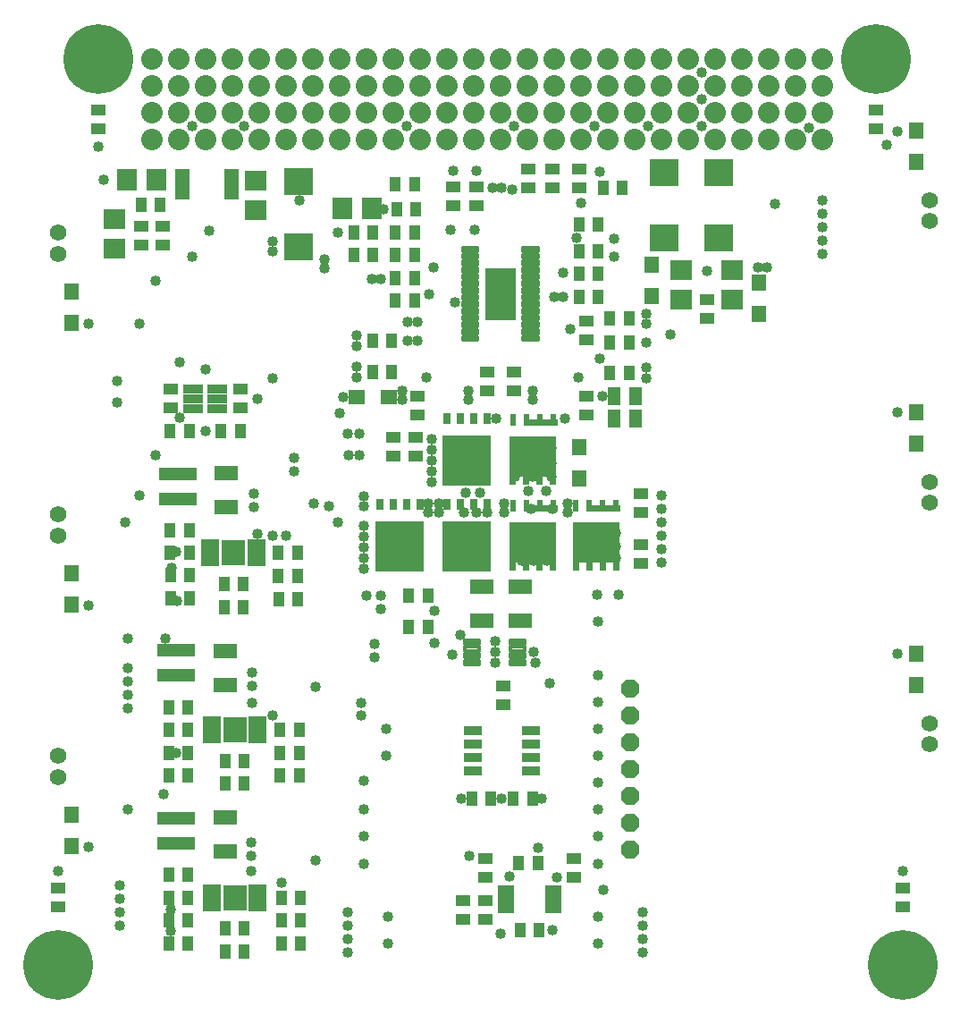
<source format=gbr>
G04 EAGLE Gerber RS-274X export*
G75*
%MOMM*%
%FSLAX34Y34*%
%LPD*%
%INSoldermask Top*%
%IPPOS*%
%AMOC8*
5,1,8,0,0,1.08239X$1,22.5*%
G01*
%ADD10R,1.054000X1.454000*%
%ADD11R,2.704000X2.604000*%
%ADD12R,1.454000X1.054000*%
%ADD13R,2.254000X1.454000*%
%ADD14R,1.374000X1.494000*%
%ADD15R,1.494000X1.374000*%
%ADD16R,2.054000X1.854000*%
%ADD17C,6.604000*%
%ADD18C,2.032000*%
%ADD19C,1.562000*%
%ADD20R,0.754000X1.104000*%
%ADD21R,4.664000X4.804000*%
%ADD22R,1.204000X1.704000*%
%ADD23C,0.358559*%
%ADD24R,2.994000X5.004000*%
%ADD25R,1.854000X2.054000*%
%ADD26R,1.454000X2.924000*%
%ADD27R,3.654000X1.234000*%
%ADD28R,1.778000X0.863600*%
%ADD29C,0.374338*%
%ADD30R,1.574800X0.660400*%
%ADD31R,1.651000X0.533400*%
%ADD32R,2.184400X2.413000*%
%ADD33P,1.907171X8X112.500000*%
%ADD34R,1.828800X0.812800*%
%ADD35C,1.016000*%

G36*
X485055Y505229D02*
X485055Y505229D01*
X485054Y505230D01*
X485055Y505230D01*
X485055Y513225D01*
X491745Y513225D01*
X491745Y505230D01*
X491749Y505225D01*
X491750Y505226D01*
X491750Y505225D01*
X497750Y505225D01*
X497755Y505229D01*
X497754Y505230D01*
X497755Y505230D01*
X497755Y513225D01*
X504445Y513225D01*
X504445Y505230D01*
X504449Y505225D01*
X504450Y505226D01*
X504450Y505225D01*
X510450Y505225D01*
X510455Y505229D01*
X510454Y505230D01*
X510455Y505230D01*
X510455Y513225D01*
X517145Y513225D01*
X517145Y505230D01*
X517149Y505225D01*
X517150Y505226D01*
X517150Y505225D01*
X523150Y505225D01*
X523155Y505229D01*
X523154Y505230D01*
X523155Y505230D01*
X523155Y550730D01*
X523151Y550735D01*
X523150Y550734D01*
X523150Y550735D01*
X479050Y550735D01*
X479045Y550731D01*
X479046Y550730D01*
X479045Y550730D01*
X479045Y505230D01*
X479049Y505225D01*
X479050Y505226D01*
X479050Y505225D01*
X485050Y505225D01*
X485055Y505229D01*
G37*
G36*
X544745Y423949D02*
X544745Y423949D01*
X544744Y423950D01*
X544745Y423950D01*
X544745Y431945D01*
X551435Y431945D01*
X551435Y423950D01*
X551439Y423945D01*
X551440Y423946D01*
X551440Y423945D01*
X557440Y423945D01*
X557445Y423949D01*
X557444Y423950D01*
X557445Y423950D01*
X557445Y431945D01*
X564135Y431945D01*
X564135Y423950D01*
X564139Y423945D01*
X564140Y423946D01*
X564140Y423945D01*
X570140Y423945D01*
X570145Y423949D01*
X570144Y423950D01*
X570145Y423950D01*
X570145Y431945D01*
X576835Y431945D01*
X576835Y423950D01*
X576839Y423945D01*
X576840Y423946D01*
X576840Y423945D01*
X582840Y423945D01*
X582845Y423949D01*
X582844Y423950D01*
X582845Y423950D01*
X582845Y469450D01*
X582841Y469455D01*
X582840Y469454D01*
X582840Y469455D01*
X538740Y469455D01*
X538735Y469451D01*
X538736Y469450D01*
X538735Y469450D01*
X538735Y423950D01*
X538739Y423945D01*
X538740Y423946D01*
X538740Y423945D01*
X544740Y423945D01*
X544745Y423949D01*
G37*
G36*
X485055Y423949D02*
X485055Y423949D01*
X485054Y423950D01*
X485055Y423950D01*
X485055Y431945D01*
X491745Y431945D01*
X491745Y423950D01*
X491749Y423945D01*
X491750Y423946D01*
X491750Y423945D01*
X497750Y423945D01*
X497755Y423949D01*
X497754Y423950D01*
X497755Y423950D01*
X497755Y431945D01*
X504445Y431945D01*
X504445Y423950D01*
X504449Y423945D01*
X504450Y423946D01*
X504450Y423945D01*
X510450Y423945D01*
X510455Y423949D01*
X510454Y423950D01*
X510455Y423950D01*
X510455Y431945D01*
X517145Y431945D01*
X517145Y423950D01*
X517149Y423945D01*
X517150Y423946D01*
X517150Y423945D01*
X523150Y423945D01*
X523155Y423949D01*
X523154Y423950D01*
X523155Y423950D01*
X523155Y469450D01*
X523151Y469455D01*
X523150Y469454D01*
X523150Y469455D01*
X479050Y469455D01*
X479045Y469451D01*
X479046Y469450D01*
X479045Y469450D01*
X479045Y423950D01*
X479049Y423945D01*
X479050Y423946D01*
X479050Y423945D01*
X485050Y423945D01*
X485055Y423949D01*
G37*
G36*
X524255Y560729D02*
X524255Y560729D01*
X524254Y560730D01*
X524255Y560730D01*
X524255Y566730D01*
X524251Y566735D01*
X524250Y566734D01*
X524250Y566735D01*
X522655Y566735D01*
X522655Y571730D01*
X522651Y571735D01*
X522650Y571734D01*
X522650Y571735D01*
X517650Y571735D01*
X517645Y571731D01*
X517646Y571730D01*
X517645Y571730D01*
X517645Y566735D01*
X509955Y566735D01*
X509955Y571730D01*
X509951Y571735D01*
X509950Y571734D01*
X509950Y571735D01*
X504950Y571735D01*
X504945Y571731D01*
X504946Y571730D01*
X504945Y571730D01*
X504945Y566735D01*
X497255Y566735D01*
X497255Y571730D01*
X497251Y571735D01*
X497250Y571734D01*
X497250Y571735D01*
X492250Y571735D01*
X492245Y571731D01*
X492246Y571730D01*
X492245Y571730D01*
X492245Y560730D01*
X492249Y560725D01*
X492250Y560726D01*
X492250Y560725D01*
X524250Y560725D01*
X524255Y560729D01*
G37*
G36*
X524255Y479449D02*
X524255Y479449D01*
X524254Y479450D01*
X524255Y479450D01*
X524255Y485450D01*
X524251Y485455D01*
X524250Y485454D01*
X524250Y485455D01*
X522655Y485455D01*
X522655Y490450D01*
X522651Y490455D01*
X522650Y490454D01*
X522650Y490455D01*
X517650Y490455D01*
X517645Y490451D01*
X517646Y490450D01*
X517645Y490450D01*
X517645Y485455D01*
X509955Y485455D01*
X509955Y490450D01*
X509951Y490455D01*
X509950Y490454D01*
X509950Y490455D01*
X504950Y490455D01*
X504945Y490451D01*
X504946Y490450D01*
X504945Y490450D01*
X504945Y485455D01*
X497255Y485455D01*
X497255Y490450D01*
X497251Y490455D01*
X497250Y490454D01*
X497250Y490455D01*
X492250Y490455D01*
X492245Y490451D01*
X492246Y490450D01*
X492245Y490450D01*
X492245Y479450D01*
X492249Y479445D01*
X492250Y479446D01*
X492250Y479445D01*
X524250Y479445D01*
X524255Y479449D01*
G37*
G36*
X583945Y479449D02*
X583945Y479449D01*
X583944Y479450D01*
X583945Y479450D01*
X583945Y485450D01*
X583941Y485455D01*
X583940Y485454D01*
X583940Y485455D01*
X582345Y485455D01*
X582345Y490450D01*
X582341Y490455D01*
X582340Y490454D01*
X582340Y490455D01*
X577340Y490455D01*
X577335Y490451D01*
X577336Y490450D01*
X577335Y490450D01*
X577335Y485455D01*
X569645Y485455D01*
X569645Y490450D01*
X569641Y490455D01*
X569640Y490454D01*
X569640Y490455D01*
X564640Y490455D01*
X564635Y490451D01*
X564636Y490450D01*
X564635Y490450D01*
X564635Y485455D01*
X556945Y485455D01*
X556945Y490450D01*
X556941Y490455D01*
X556940Y490454D01*
X556940Y490455D01*
X551940Y490455D01*
X551935Y490451D01*
X551936Y490450D01*
X551935Y490450D01*
X551935Y479450D01*
X551939Y479445D01*
X551940Y479446D01*
X551940Y479445D01*
X583940Y479445D01*
X583945Y479449D01*
G37*
G36*
X484555Y560729D02*
X484555Y560729D01*
X484554Y560730D01*
X484555Y560730D01*
X484555Y571730D01*
X484551Y571735D01*
X484550Y571734D01*
X484550Y571735D01*
X479550Y571735D01*
X479545Y571731D01*
X479546Y571730D01*
X479545Y571730D01*
X479545Y560730D01*
X479549Y560725D01*
X479550Y560726D01*
X479550Y560725D01*
X484550Y560725D01*
X484555Y560729D01*
G37*
G36*
X484555Y479449D02*
X484555Y479449D01*
X484554Y479450D01*
X484555Y479450D01*
X484555Y490450D01*
X484551Y490455D01*
X484550Y490454D01*
X484550Y490455D01*
X479550Y490455D01*
X479545Y490451D01*
X479546Y490450D01*
X479545Y490450D01*
X479545Y479450D01*
X479549Y479445D01*
X479550Y479446D01*
X479550Y479445D01*
X484550Y479445D01*
X484555Y479449D01*
G37*
G36*
X544245Y479449D02*
X544245Y479449D01*
X544244Y479450D01*
X544245Y479450D01*
X544245Y490450D01*
X544241Y490455D01*
X544240Y490454D01*
X544240Y490455D01*
X539240Y490455D01*
X539235Y490451D01*
X539236Y490450D01*
X539235Y490450D01*
X539235Y479450D01*
X539239Y479445D01*
X539240Y479446D01*
X539240Y479445D01*
X544240Y479445D01*
X544245Y479449D01*
G37*
D10*
X544720Y683260D03*
X562720Y683260D03*
X562720Y704850D03*
X544720Y704850D03*
D11*
X624840Y738620D03*
X624840Y800620D03*
X676910Y738620D03*
X676910Y800620D03*
D10*
X388730Y701040D03*
X370730Y701040D03*
D12*
X551180Y642510D03*
X551180Y660510D03*
X368300Y550020D03*
X368300Y532020D03*
D10*
X585580Y786130D03*
X567580Y786130D03*
D12*
X603250Y478680D03*
X603250Y496680D03*
X665480Y680830D03*
X665480Y662830D03*
D13*
X488950Y408430D03*
X488950Y376430D03*
X452120Y376430D03*
X452120Y408430D03*
D10*
X349140Y641350D03*
X367140Y641350D03*
X388730Y789940D03*
X370730Y789940D03*
X349360Y722630D03*
X331360Y722630D03*
D12*
X551180Y571390D03*
X551180Y589390D03*
X391160Y589390D03*
X391160Y571390D03*
D14*
X63500Y391500D03*
X63500Y421300D03*
X715010Y696890D03*
X715010Y667090D03*
X63500Y162900D03*
X63500Y192700D03*
X863600Y345100D03*
X863600Y315300D03*
X63500Y658200D03*
X63500Y688000D03*
X863600Y573700D03*
X863600Y543900D03*
X863600Y840400D03*
X863600Y810600D03*
X544830Y510880D03*
X544830Y540680D03*
D15*
X334350Y588010D03*
X364150Y588010D03*
D14*
X613410Y713400D03*
X613410Y683600D03*
D16*
X641350Y708690D03*
X641350Y680690D03*
X689610Y708690D03*
X689610Y680690D03*
D17*
X50800Y50800D03*
X850900Y50800D03*
X825500Y908050D03*
X88900Y908050D03*
D18*
X774700Y908050D03*
X774700Y882650D03*
X139700Y908050D03*
X139700Y882650D03*
X749300Y908050D03*
X749300Y882650D03*
X723900Y908050D03*
X723900Y882650D03*
X698500Y908050D03*
X698500Y882650D03*
X673100Y908050D03*
X673100Y882650D03*
X647700Y908050D03*
X647700Y882650D03*
X622300Y908050D03*
X622300Y882650D03*
X596900Y908050D03*
X596900Y882650D03*
X571500Y908050D03*
X571500Y882650D03*
X546100Y908050D03*
X546100Y882650D03*
X520700Y908050D03*
X520700Y882650D03*
X495300Y908050D03*
X495300Y882650D03*
X469900Y908050D03*
X469900Y882650D03*
X444500Y908050D03*
X444500Y882650D03*
X419100Y908050D03*
X419100Y882650D03*
X393700Y908050D03*
X393700Y882650D03*
X368300Y908050D03*
X368300Y882650D03*
X342900Y908050D03*
X342900Y882650D03*
X317500Y908050D03*
X317500Y882650D03*
X292100Y908050D03*
X292100Y882650D03*
X266700Y908050D03*
X266700Y882650D03*
X241300Y908050D03*
X241300Y882650D03*
X215900Y908050D03*
X215900Y882650D03*
X190500Y908050D03*
X190500Y882650D03*
X165100Y908050D03*
X165100Y882650D03*
X774700Y857250D03*
X774700Y832231D03*
X139700Y857250D03*
X139700Y831850D03*
X749300Y857250D03*
X749300Y832231D03*
X723900Y857250D03*
X723900Y832231D03*
X698500Y857250D03*
X698500Y832231D03*
X673100Y857250D03*
X673100Y832231D03*
X647700Y857250D03*
X647700Y832231D03*
X622300Y857250D03*
X622300Y832231D03*
X596900Y857250D03*
X596900Y832231D03*
X571500Y857250D03*
X571500Y832231D03*
X546100Y857250D03*
X546100Y832231D03*
X520700Y857250D03*
X520700Y832231D03*
X495300Y857250D03*
X495300Y832231D03*
X469900Y857250D03*
X469900Y832231D03*
X444500Y857250D03*
X444500Y832231D03*
X419100Y857250D03*
X419100Y832231D03*
X393700Y857250D03*
X393700Y832231D03*
X368300Y857250D03*
X368300Y832231D03*
X342900Y857250D03*
X342900Y832231D03*
X317500Y857250D03*
X317500Y832231D03*
X292100Y857250D03*
X292100Y832231D03*
X266700Y857250D03*
X266700Y832231D03*
X241300Y857250D03*
X241300Y832231D03*
X215900Y857250D03*
X215900Y832231D03*
X190500Y857250D03*
X190500Y832231D03*
X165100Y857250D03*
X165100Y832231D03*
D19*
X50800Y723900D03*
X50800Y743966D03*
X50800Y457200D03*
X50800Y477266D03*
X50800Y228600D03*
X50800Y248666D03*
X876300Y279400D03*
X876300Y259334D03*
X876300Y508000D03*
X876300Y487934D03*
X876300Y774700D03*
X876300Y754634D03*
D20*
X457200Y567480D03*
X444500Y567480D03*
X431800Y567480D03*
X419100Y567480D03*
D21*
X438150Y527980D03*
D20*
X457200Y486200D03*
X444500Y486200D03*
X431800Y486200D03*
X419100Y486200D03*
D21*
X438150Y446700D03*
D20*
X393700Y486200D03*
X381000Y486200D03*
X368300Y486200D03*
X355600Y486200D03*
D21*
X374650Y446700D03*
D22*
X578010Y589280D03*
X598010Y589280D03*
D10*
X562720Y751840D03*
X544720Y751840D03*
D12*
X447040Y769510D03*
X447040Y787510D03*
D10*
X367140Y612140D03*
X349140Y612140D03*
D12*
X457200Y612250D03*
X457200Y594250D03*
X482600Y612250D03*
X482600Y594250D03*
D10*
X573930Y610870D03*
X591930Y610870D03*
X349360Y744220D03*
X331360Y744220D03*
D12*
X519430Y786020D03*
X519430Y804020D03*
D22*
X578010Y567690D03*
X598010Y567690D03*
D12*
X544830Y804020D03*
X544830Y786020D03*
X496570Y804020D03*
X496570Y786020D03*
X425450Y787510D03*
X425450Y769510D03*
D10*
X591930Y640080D03*
X573930Y640080D03*
X591930Y662940D03*
X573930Y662940D03*
D12*
X389890Y550020D03*
X389890Y532020D03*
X603250Y448420D03*
X603250Y430420D03*
D10*
X370730Y679450D03*
X388730Y679450D03*
X370730Y722630D03*
X388730Y722630D03*
X388730Y744220D03*
X370730Y744220D03*
X372000Y765810D03*
X390000Y765810D03*
X544720Y726440D03*
X562720Y726440D03*
D23*
X505427Y645077D02*
X491673Y645077D01*
X505427Y645077D02*
X505427Y642023D01*
X491673Y642023D01*
X491673Y645077D01*
X491673Y651577D02*
X505427Y651577D01*
X505427Y648523D01*
X491673Y648523D01*
X491673Y651577D01*
X491673Y658077D02*
X505427Y658077D01*
X505427Y655023D01*
X491673Y655023D01*
X491673Y658077D01*
X491673Y664577D02*
X505427Y664577D01*
X505427Y661523D01*
X491673Y661523D01*
X491673Y664577D01*
X491673Y671077D02*
X505427Y671077D01*
X505427Y668023D01*
X491673Y668023D01*
X491673Y671077D01*
X491673Y677577D02*
X505427Y677577D01*
X505427Y674523D01*
X491673Y674523D01*
X491673Y677577D01*
X491673Y684077D02*
X505427Y684077D01*
X505427Y681023D01*
X491673Y681023D01*
X491673Y684077D01*
X491673Y690577D02*
X505427Y690577D01*
X505427Y687523D01*
X491673Y687523D01*
X491673Y690577D01*
X491673Y697077D02*
X505427Y697077D01*
X505427Y694023D01*
X491673Y694023D01*
X491673Y697077D01*
X491673Y703577D02*
X505427Y703577D01*
X505427Y700523D01*
X491673Y700523D01*
X491673Y703577D01*
X491673Y710077D02*
X505427Y710077D01*
X505427Y707023D01*
X491673Y707023D01*
X491673Y710077D01*
X491673Y716577D02*
X505427Y716577D01*
X505427Y713523D01*
X491673Y713523D01*
X491673Y716577D01*
X491673Y723077D02*
X505427Y723077D01*
X505427Y720023D01*
X491673Y720023D01*
X491673Y723077D01*
X491673Y729577D02*
X505427Y729577D01*
X505427Y726523D01*
X491673Y726523D01*
X491673Y729577D01*
X448127Y729577D02*
X434373Y729577D01*
X448127Y729577D02*
X448127Y726523D01*
X434373Y726523D01*
X434373Y729577D01*
X434373Y723077D02*
X448127Y723077D01*
X448127Y720023D01*
X434373Y720023D01*
X434373Y723077D01*
X434373Y716577D02*
X448127Y716577D01*
X448127Y713523D01*
X434373Y713523D01*
X434373Y716577D01*
X434373Y710077D02*
X448127Y710077D01*
X448127Y707023D01*
X434373Y707023D01*
X434373Y710077D01*
X434373Y703577D02*
X448127Y703577D01*
X448127Y700523D01*
X434373Y700523D01*
X434373Y703577D01*
X434373Y697077D02*
X448127Y697077D01*
X448127Y694023D01*
X434373Y694023D01*
X434373Y697077D01*
X434373Y690577D02*
X448127Y690577D01*
X448127Y687523D01*
X434373Y687523D01*
X434373Y690577D01*
X434373Y684077D02*
X448127Y684077D01*
X448127Y681023D01*
X434373Y681023D01*
X434373Y684077D01*
X434373Y677577D02*
X448127Y677577D01*
X448127Y674523D01*
X434373Y674523D01*
X434373Y677577D01*
X434373Y671077D02*
X448127Y671077D01*
X448127Y668023D01*
X434373Y668023D01*
X434373Y671077D01*
X434373Y664577D02*
X448127Y664577D01*
X448127Y661523D01*
X434373Y661523D01*
X434373Y664577D01*
X434373Y658077D02*
X448127Y658077D01*
X448127Y655023D01*
X434373Y655023D01*
X434373Y658077D01*
X434373Y651577D02*
X448127Y651577D01*
X448127Y648523D01*
X434373Y648523D01*
X434373Y651577D01*
X434373Y645077D02*
X448127Y645077D01*
X448127Y642023D01*
X434373Y642023D01*
X434373Y645077D01*
D24*
X469900Y685800D03*
D12*
X50800Y123300D03*
X50800Y105300D03*
X850900Y123300D03*
X850900Y105300D03*
X825500Y841900D03*
X825500Y859900D03*
X88900Y841900D03*
X88900Y859900D03*
D25*
X320010Y767080D03*
X348010Y767080D03*
D10*
X401430Y400050D03*
X383430Y400050D03*
X401430Y370840D03*
X383430Y370840D03*
D12*
X150490Y750100D03*
X150490Y732100D03*
X129860Y750090D03*
X129860Y732090D03*
D16*
X104110Y756560D03*
X104110Y728560D03*
D25*
X144420Y794100D03*
X116420Y794100D03*
D10*
X129860Y769970D03*
X147860Y769970D03*
D26*
X168970Y790060D03*
X215670Y790060D03*
D11*
X278550Y730180D03*
X278550Y792180D03*
D16*
X238640Y764960D03*
X238640Y792960D03*
D10*
X157440Y419720D03*
X175440Y419720D03*
X259780Y418800D03*
X277780Y418800D03*
X175290Y441240D03*
X157290Y441240D03*
X259780Y440830D03*
X277780Y440830D03*
X226630Y411110D03*
X208630Y411110D03*
X278140Y396740D03*
X260140Y396740D03*
X226330Y389400D03*
X208330Y389400D03*
D27*
X164420Y491790D03*
X164420Y515490D03*
D13*
X210260Y515830D03*
X210260Y483830D03*
D10*
X175410Y397710D03*
X157410Y397710D03*
X156100Y251460D03*
X174100Y251460D03*
X261510Y251460D03*
X279510Y251460D03*
X174100Y273050D03*
X156100Y273050D03*
X261510Y273050D03*
X279510Y273050D03*
X227440Y243840D03*
X209440Y243840D03*
X279510Y229870D03*
X261510Y229870D03*
X227440Y222250D03*
X209440Y222250D03*
D27*
X162560Y324700D03*
X162560Y348400D03*
D13*
X209550Y347470D03*
X209550Y315470D03*
D10*
X174100Y229870D03*
X156100Y229870D03*
X156100Y92710D03*
X174100Y92710D03*
X262780Y92710D03*
X280780Y92710D03*
X174100Y114300D03*
X156100Y114300D03*
X262780Y114300D03*
X280780Y114300D03*
X227440Y85090D03*
X209440Y85090D03*
X280780Y71120D03*
X262780Y71120D03*
X227440Y63500D03*
X209440Y63500D03*
D27*
X162560Y165950D03*
X162560Y189650D03*
D13*
X209550Y189990D03*
X209550Y157990D03*
D10*
X174100Y71120D03*
X156100Y71120D03*
D28*
X498975Y259850D03*
X498975Y272550D03*
X498975Y247150D03*
X498975Y234450D03*
X444365Y259850D03*
X444365Y272550D03*
X444365Y247150D03*
X444365Y234450D03*
D12*
X472440Y297070D03*
X472440Y315070D03*
D10*
X500490Y208280D03*
X482490Y208280D03*
X443120Y208280D03*
X461120Y208280D03*
D29*
X450069Y354661D02*
X436571Y354661D01*
X436571Y358259D01*
X450069Y358259D01*
X450069Y354661D01*
X450069Y358217D02*
X436571Y358217D01*
X436571Y348161D02*
X450069Y348161D01*
X436571Y348161D02*
X436571Y351759D01*
X450069Y351759D01*
X450069Y348161D01*
X450069Y351717D02*
X436571Y351717D01*
X436571Y341661D02*
X450069Y341661D01*
X436571Y341661D02*
X436571Y345259D01*
X450069Y345259D01*
X450069Y341661D01*
X450069Y345217D02*
X436571Y345217D01*
X436571Y335161D02*
X450069Y335161D01*
X436571Y335161D02*
X436571Y338759D01*
X450069Y338759D01*
X450069Y335161D01*
X450069Y338717D02*
X436571Y338717D01*
X479571Y335161D02*
X493069Y335161D01*
X479571Y335161D02*
X479571Y338759D01*
X493069Y338759D01*
X493069Y335161D01*
X493069Y338717D02*
X479571Y338717D01*
X479571Y341661D02*
X493069Y341661D01*
X479571Y341661D02*
X479571Y345259D01*
X493069Y345259D01*
X493069Y341661D01*
X493069Y345217D02*
X479571Y345217D01*
X479571Y348161D02*
X493069Y348161D01*
X479571Y348161D02*
X479571Y351759D01*
X493069Y351759D01*
X493069Y348161D01*
X493069Y351717D02*
X479571Y351717D01*
X479571Y354661D02*
X493069Y354661D01*
X479571Y354661D02*
X479571Y358259D01*
X493069Y358259D01*
X493069Y354661D01*
X493069Y358217D02*
X479571Y358217D01*
D30*
X475742Y122780D03*
X475742Y116280D03*
X475742Y109780D03*
X475742Y103280D03*
X519938Y103280D03*
X519938Y109780D03*
X519938Y116280D03*
X519938Y122780D03*
D12*
X455930Y111870D03*
X455930Y93870D03*
D10*
X488840Y83820D03*
X506840Y83820D03*
D12*
X455930Y133240D03*
X455930Y151240D03*
X434340Y93870D03*
X434340Y111870D03*
D10*
X505570Y147320D03*
X487570Y147320D03*
D12*
X539750Y133240D03*
X539750Y151240D03*
D31*
X195326Y450698D03*
X195326Y445694D03*
X195326Y440690D03*
X195326Y435686D03*
X195326Y430682D03*
X239014Y430682D03*
X239014Y435686D03*
X239014Y440690D03*
X239014Y445694D03*
X239014Y450698D03*
D32*
X217170Y440690D03*
D31*
X196596Y283058D03*
X196596Y278054D03*
X196596Y273050D03*
X196596Y268046D03*
X196596Y263042D03*
X240284Y263042D03*
X240284Y268046D03*
X240284Y273050D03*
X240284Y278054D03*
X240284Y283058D03*
D32*
X218440Y273050D03*
D31*
X196596Y124308D03*
X196596Y119304D03*
X196596Y114300D03*
X196596Y109296D03*
X196596Y104292D03*
X240284Y104292D03*
X240284Y109296D03*
X240284Y114300D03*
X240284Y119304D03*
X240284Y124308D03*
D32*
X218440Y114300D03*
D10*
X175370Y462280D03*
X157370Y462280D03*
X174100Y294640D03*
X156100Y294640D03*
X174100Y135890D03*
X156100Y135890D03*
D33*
X593090Y160020D03*
X593090Y185420D03*
X593090Y210820D03*
X593090Y236220D03*
X593090Y261620D03*
X593090Y287020D03*
X593090Y312420D03*
D34*
X178816Y596240D03*
X178816Y586740D03*
X178816Y577240D03*
X202184Y577240D03*
X202184Y586740D03*
X202184Y596240D03*
D10*
X205630Y556260D03*
X223630Y556260D03*
X157370Y556260D03*
X175370Y556260D03*
D12*
X223520Y595740D03*
X223520Y577740D03*
X157480Y595740D03*
X157480Y577740D03*
D35*
X447040Y802640D03*
X529590Y706120D03*
X445770Y746760D03*
X478790Y668020D03*
X469900Y668020D03*
X461010Y668020D03*
X469900Y676910D03*
X478790Y676910D03*
X461010Y676910D03*
X461010Y685800D03*
X478790Y685800D03*
X478790Y694690D03*
X469900Y694690D03*
X461010Y694690D03*
X461010Y703580D03*
X469900Y703580D03*
X478790Y703580D03*
X535940Y652780D03*
X563880Y624840D03*
X543560Y607060D03*
X400050Y607060D03*
X334010Y636270D03*
X334010Y646430D03*
X426720Y678180D03*
X402590Y685800D03*
X359410Y765810D03*
X406400Y711200D03*
X530860Y567690D03*
X466090Y567690D03*
X401320Y487680D03*
X401320Y478790D03*
X660400Y895350D03*
X660400Y869950D03*
X660400Y844550D03*
X558800Y844550D03*
X279400Y774700D03*
X227330Y844550D03*
X177800Y844550D03*
X381000Y844550D03*
X482600Y844550D03*
X609600Y844550D03*
X762000Y843280D03*
X93980Y793750D03*
X106680Y603250D03*
X106680Y582930D03*
X730250Y770890D03*
X50800Y139700D03*
X850900Y139700D03*
X835660Y826770D03*
X88900Y825500D03*
X350520Y354330D03*
X350520Y341630D03*
X774700Y774700D03*
X774700Y762000D03*
X774700Y749300D03*
X774700Y736600D03*
X774700Y723900D03*
X622300Y495300D03*
X622300Y482600D03*
X622300Y469900D03*
X622300Y457200D03*
X622300Y444500D03*
X622300Y431800D03*
X424180Y344170D03*
X505460Y161290D03*
X469900Y80010D03*
X519430Y83820D03*
X502920Y336550D03*
X213360Y444500D03*
X220980Y444500D03*
X220980Y436880D03*
X213360Y436880D03*
X214630Y276860D03*
X222250Y276860D03*
X214630Y269240D03*
X222250Y269240D03*
X214630Y118110D03*
X222250Y118110D03*
X214630Y110490D03*
X222250Y110490D03*
X162560Y441960D03*
X158750Y426720D03*
X163830Y394970D03*
X162560Y251460D03*
X109220Y125730D03*
X109220Y113030D03*
X109220Y100330D03*
X109220Y87630D03*
X325120Y100330D03*
X325120Y87630D03*
X325120Y74930D03*
X325120Y62230D03*
X604520Y100330D03*
X604520Y87630D03*
X604520Y74930D03*
X604520Y62230D03*
X116840Y331470D03*
X116840Y318770D03*
X116840Y306070D03*
X116840Y293370D03*
X233680Y166370D03*
X233680Y153670D03*
X234950Y327660D03*
X234950Y314960D03*
X236220Y496570D03*
X236220Y483870D03*
X274320Y530860D03*
X274320Y518160D03*
X157480Y102870D03*
X157480Y82550D03*
X166370Y621030D03*
X342900Y400050D03*
X356870Y400050D03*
X356870Y387350D03*
X546100Y772160D03*
X563880Y801370D03*
X425450Y802640D03*
X481330Y784860D03*
X542290Y739140D03*
X608330Y605790D03*
X608330Y615950D03*
X533400Y487680D03*
X533400Y478790D03*
X473710Y487680D03*
X473710Y478790D03*
X500380Y585470D03*
X500380Y594360D03*
X608330Y657860D03*
X608330Y666750D03*
X377190Y594360D03*
X340360Y425450D03*
X340360Y435610D03*
X340360Y445770D03*
X340360Y455930D03*
X340360Y466090D03*
X405130Y508000D03*
X405130Y518160D03*
X405130Y528320D03*
X405130Y538480D03*
X405130Y548640D03*
X457200Y478790D03*
X447040Y478790D03*
X435610Y478790D03*
X450850Y497840D03*
X436880Y497840D03*
X453390Y513080D03*
X438150Y513080D03*
X422910Y513080D03*
X422910Y525780D03*
X438150Y525780D03*
X453390Y525780D03*
X453390Y539750D03*
X438150Y539750D03*
X422910Y539750D03*
X377190Y585470D03*
X439420Y585470D03*
X439420Y594360D03*
X340360Y485140D03*
X340360Y494030D03*
X334010Y607060D03*
X334010Y617220D03*
X411480Y487680D03*
X411480Y478790D03*
X608330Y640080D03*
X566420Y589280D03*
X513080Y499110D03*
X496570Y499110D03*
X519430Y482600D03*
X499110Y482600D03*
X518160Y513080D03*
X500380Y513080D03*
X483870Y513080D03*
X483870Y525780D03*
X500380Y525780D03*
X518160Y525780D03*
X518160Y539750D03*
X500380Y539750D03*
X483870Y539750D03*
X316230Y744220D03*
X422910Y746760D03*
X665480Y707390D03*
X347980Y699770D03*
X356870Y699770D03*
X391160Y641350D03*
X382270Y641350D03*
X424180Y459740D03*
X438150Y459740D03*
X453390Y459740D03*
X424180Y445770D03*
X452120Y445770D03*
X452120Y431800D03*
X438150Y431800D03*
X424180Y431800D03*
X321310Y588010D03*
X382270Y659130D03*
X391160Y659130D03*
X462280Y786130D03*
X471170Y786130D03*
X303530Y718820D03*
X303530Y709930D03*
X631190Y647700D03*
X845820Y839470D03*
X845820Y574040D03*
X845820Y345440D03*
X80010Y162560D03*
X80010Y391160D03*
X80010Y657860D03*
X520700Y683260D03*
X529590Y683260D03*
X577850Y721360D03*
X490220Y459740D03*
X501650Y459740D03*
X514350Y459740D03*
X490220Y447040D03*
X514350Y447040D03*
X490220Y433070D03*
X501650Y433070D03*
X514350Y433070D03*
X544830Y459740D03*
X560070Y459740D03*
X579120Y459740D03*
X579120Y447040D03*
X579120Y435610D03*
X560070Y447040D03*
X544830Y447040D03*
X577850Y737870D03*
X254000Y735330D03*
X254000Y726440D03*
X325120Y553720D03*
X336550Y553720D03*
X478790Y134620D03*
X254000Y457200D03*
X266700Y457200D03*
X254000Y287020D03*
X262890Y128270D03*
X254000Y605790D03*
X307340Y485140D03*
X116840Y198120D03*
X294640Y149860D03*
X151130Y212090D03*
X143510Y698500D03*
X114300Y469900D03*
X713740Y711200D03*
X722630Y711200D03*
X326390Y533400D03*
X336550Y533400D03*
X152400Y359410D03*
X177800Y721360D03*
X143510Y533400D03*
X464820Y346710D03*
X464820Y356870D03*
X294640Y313690D03*
X293370Y487680D03*
X116840Y359410D03*
X128270Y495300D03*
X128270Y657860D03*
X337820Y287020D03*
X561340Y401320D03*
X581660Y401320D03*
X562610Y375920D03*
X523240Y133350D03*
X240030Y586740D03*
X562610Y325120D03*
X431800Y363220D03*
X361950Y248920D03*
X407670Y386080D03*
X501650Y346710D03*
X361950Y274320D03*
X407670Y355600D03*
X464820Y336550D03*
X363220Y96520D03*
X471170Y208280D03*
X440690Y153670D03*
X516890Y317500D03*
X194310Y745490D03*
X562610Y248920D03*
X340360Y224790D03*
X562610Y223520D03*
X340360Y198120D03*
X562610Y198120D03*
X340360Y172720D03*
X562610Y146050D03*
X340360Y146050D03*
X562610Y299720D03*
X316230Y469900D03*
X317500Y572770D03*
X562610Y274320D03*
X337820Y298450D03*
X240030Y458470D03*
X363220Y71120D03*
X562610Y71120D03*
X562610Y96520D03*
X562610Y172720D03*
X433070Y208280D03*
X509270Y208280D03*
X567690Y121920D03*
X234950Y298450D03*
X233680Y139700D03*
X166370Y568960D03*
X190500Y556260D03*
X190500Y614680D03*
M02*

</source>
